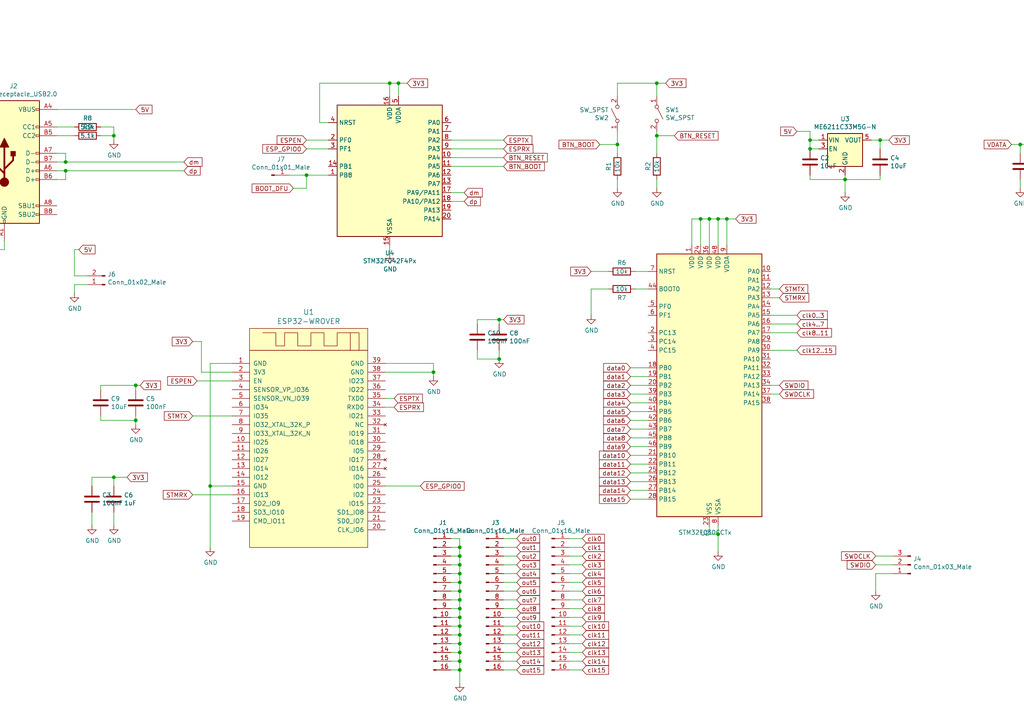
<source format=kicad_sch>
(kicad_sch (version 20250114) (generator "eeschema") (generator_version "9.0")
  (paper "A4")
  (junction (at 255.27 40.64))
  (junction (at 39.37 121.92))
  (junction (at 88.9 50.8))
  (junction (at 133.35 171.45))
  (junction (at 346.71 100.33))
  (junction (at 346.71 55.88))
  (junction (at 60.96 140.97))
  (junction (at 314.96 41.91))
  (junction (at 190.5 24.13))
  (junction (at 190.5 39.37))
  (junction (at 415.29 101.6))
  (junction (at 304.8 41.91))
  (junction (at 205.74 63.5))
  (junction (at 33.02 138.43))
  (junction (at 33.02 39.37))
  (junction (at 133.35 179.07))
  (junction (at 234.95 40.64))
  (junction (at 19.05 49.53))
  (junction (at 133.35 176.53))
  (junction (at 133.35 163.83))
  (junction (at 133.35 181.61))
  (junction (at 144.78 104.14))
  (junction (at 416.56 166.37))
  (junction (at 144.78 92.71))
  (junction (at 133.35 168.91))
  (junction (at 208.28 63.5))
  (junction (at 133.35 189.23))
  (junction (at 203.2 63.5))
  (junction (at 179.07 41.91))
  (junction (at 208.28 154.94))
  (junction (at 39.37 111.76))
  (junction (at -2.54 72.39))
  (junction (at 295.91 41.91))
  (junction (at 133.35 184.15))
  (junction (at 416.56 120.65))
  (junction (at 133.35 166.37))
  (junction (at 133.35 191.77))
  (junction (at 234.95 43.18))
  (junction (at 125.73 107.95))
  (junction (at 133.35 173.99))
  (junction (at 346.71 124.46))
  (junction (at 415.29 55.88))
  (junction (at 115.57 24.13))
  (junction (at 113.03 24.13))
  (junction (at 133.35 186.69))
  (junction (at 245.11 52.07))
  (junction (at 346.71 170.18))
  (junction (at 19.05 46.99))
  (junction (at 133.35 158.75))
  (junction (at 133.35 161.29))
  (junction (at 210.82 63.5))
  (junction (at 133.35 194.31))
  (wire (pts (xy 111.76 140.97) (xy 121.92 140.97)))
  (wire (pts (xy 146.05 171.45) (xy 149.86 171.45)))
  (wire (pts (xy 146.05 173.99) (xy 149.86 173.99)))
  (wire (pts (xy 16.51 39.37) (xy 21.59 39.37)))
  (wire (pts (xy 226.06 83.82) (xy 223.52 83.82)))
  (wire (pts (xy 67.31 110.49) (xy 57.15 110.49)))
  (wire (pts (xy 130.81 186.69) (xy 133.35 186.69)))
  (wire (pts (xy 245.11 52.07) (xy 234.95 52.07)))
  (wire (pts (xy 295.91 52.07) (xy 295.91 54.61)))
  (wire (pts (xy 133.35 163.83) (xy 133.35 166.37)))
  (wire (pts (xy 359.41 143.51) (xy 363.22 143.51)))
  (wire (pts (xy 19.05 49.53) (xy 16.51 49.53)))
  (wire (pts (xy 165.1 179.07) (xy 168.91 179.07)))
  (wire (pts (xy 130.81 179.07) (xy 133.35 179.07)))
  (wire (pts (xy 146.05 176.53) (xy 149.86 176.53)))
  (wire (pts (xy 146.05 184.15) (xy 149.86 184.15)))
  (wire (pts (xy 440.69 144.78) (xy 444.5 144.78)))
  (wire (pts (xy 208.28 152.4) (xy 208.28 154.94)))
  (wire (pts (xy 165.1 163.83) (xy 168.91 163.83)))
  (wire (pts (xy 254 161.29) (xy 259.08 161.29)))
  (wire (pts (xy 130.81 173.99) (xy 133.35 173.99)))
  (wire (pts (xy 21.59 82.55) (xy 25.4 82.55)))
  (wire (pts (xy 165.1 158.75) (xy 168.91 158.75)))
  (wire (pts (xy 146.05 189.23) (xy 149.86 189.23)))
  (wire (pts (xy 328.93 138.43) (xy 334.01 138.43)))
  (wire (pts (xy 226.06 114.3) (xy 223.52 114.3)))
  (wire (pts (xy 370.84 148.59) (xy 374.65 148.59)))
  (wire (pts (xy 416.56 120.65) (xy 416.56 124.46)))
  (wire (pts (xy 370.84 81.28) (xy 374.65 81.28)))
  (wire (pts (xy 416.56 165.1) (xy 416.56 166.37)))
  (wire (pts (xy 339.09 55.88) (xy 346.71 55.88)))
  (wire (pts (xy 182.88 142.24) (xy 187.96 142.24)))
  (wire (pts (xy 146.05 92.71) (xy 144.78 92.71)))
  (wire (pts (xy 130.81 45.72) (xy 146.05 45.72)))
  (wire (pts (xy 130.81 161.29) (xy 133.35 161.29)))
  (wire (pts (xy 130.81 176.53) (xy 133.35 176.53)))
  (wire (pts (xy 16.51 46.99) (xy 19.05 46.99)))
  (wire (pts (xy 304.8 41.91) (xy 295.91 41.91)))
  (wire (pts (xy 133.35 189.23) (xy 133.35 191.77)))
  (wire (pts (xy 130.81 55.88) (xy 134.62 55.88)))
  (wire (pts (xy 328.93 73.66) (xy 334.01 73.66)))
  (wire (pts (xy 255.27 50.8) (xy 255.27 52.07)))
  (wire (pts (xy 21.59 82.55) (xy 21.59 85.09)))
  (wire (pts (xy 165.1 156.21) (xy 168.91 156.21)))
  (wire (pts (xy 67.31 105.41) (xy 60.96 105.41)))
  (wire (pts (xy 386.08 55.88) (xy 415.29 55.88)))
  (wire (pts (xy 440.69 147.32) (xy 444.5 147.32)))
  (wire (pts (xy 210.82 63.5) (xy 210.82 71.12)))
  (wire (pts (xy 359.41 71.12) (xy 363.22 71.12)))
  (wire (pts (xy 190.5 52.07) (xy 190.5 54.61)))
  (wire (pts (xy 398.78 132.08) (xy 403.86 132.08)))
  (wire (pts (xy 182.88 137.16) (xy 187.96 137.16)))
  (wire (pts (xy 130.81 58.42) (xy 134.62 58.42)))
  (wire (pts (xy 359.41 68.58) (xy 363.22 68.58)))
  (wire (pts (xy 336.55 34.29) (xy 340.36 34.29)))
  (wire (pts (xy 55.88 143.51) (xy 67.31 143.51)))
  (wire (pts (xy 370.84 66.04) (xy 374.65 66.04)))
  (wire (pts (xy 58.42 99.06) (xy 58.42 107.95)))
  (wire (pts (xy 237.49 43.18) (xy 234.95 43.18)))
  (wire (pts (xy 39.37 121.92) (xy 39.37 123.19)))
  (wire (pts (xy 370.84 151.13) (xy 374.65 151.13)))
  (wire (pts (xy 182.88 132.08) (xy 187.96 132.08)))
  (wire (pts (xy 88.9 43.18) (xy 95.25 43.18)))
  (wire (pts (xy 39.37 111.76) (xy 29.21 111.76)))
  (wire (pts (xy 1.27 72.39) (xy 1.27 69.85)))
  (wire (pts (xy 113.03 24.13) (xy 113.03 27.94)))
  (wire (pts (xy 111.76 105.41) (xy 125.73 105.41)))
  (wire (pts (xy 295.91 41.91) (xy 293.37 41.91)))
  (wire (pts (xy 328.93 71.12) (xy 334.01 71.12)))
  (wire (pts (xy 179.07 52.07) (xy 179.07 54.61)))
  (wire (pts (xy 36.83 138.43) (xy 33.02 138.43)))
  (wire (pts (xy 440.69 134.62) (xy 444.5 134.62)))
  (wire (pts (xy 176.53 78.74) (xy 171.45 78.74)))
  (wire (pts (xy 26.67 140.97) (xy 26.67 138.43)))
  (wire (pts (xy 328.93 78.74) (xy 334.01 78.74)))
  (wire (pts (xy 190.5 24.13) (xy 190.5 27.94)))
  (wire (pts (xy 205.74 63.5) (xy 208.28 63.5)))
  (wire (pts (xy 29.21 39.37) (xy 33.02 39.37)))
  (wire (pts (xy 182.88 144.78) (xy 187.96 144.78)))
  (wire (pts (xy 182.88 124.46) (xy 187.96 124.46)))
  (wire (pts (xy 195.58 39.37) (xy 190.5 39.37)))
  (wire (pts (xy 33.02 36.83) (xy 33.02 39.37)))
  (wire (pts (xy 255.27 40.64) (xy 255.27 43.18)))
  (wire (pts (xy 146.05 163.83) (xy 149.86 163.83)))
  (wire (pts (xy 22.86 72.39) (xy 21.59 72.39)))
  (wire (pts (xy 173.99 41.91) (xy 179.07 41.91)))
  (wire (pts (xy 16.51 52.07) (xy 19.05 52.07)))
  (wire (pts (xy 133.35 191.77) (xy 133.35 194.31)))
  (wire (pts (xy 439.42 67.31) (xy 443.23 67.31)))
  (wire (pts (xy 55.88 120.65) (xy 67.31 120.65)))
  (wire (pts (xy 398.78 149.86) (xy 403.86 149.86)))
  (wire (pts (xy 304.8 52.07) (xy 304.8 54.61)))
  (wire (pts (xy 165.1 191.77) (xy 168.91 191.77)))
  (wire (pts (xy 346.71 100.33) (xy 328.93 100.33)))
  (wire (pts (xy 130.81 40.64) (xy 146.05 40.64)))
  (wire (pts (xy -2.54 72.39) (xy 1.27 72.39)))
  (wire (pts (xy 88.9 40.64) (xy 95.25 40.64)))
  (wire (pts (xy 29.21 120.65) (xy 29.21 121.92)))
  (wire (pts (xy 234.95 38.1) (xy 234.95 40.64)))
  (wire (pts (xy 328.93 146.05) (xy 334.01 146.05)))
  (wire (pts (xy 429.26 149.86) (xy 433.07 149.86)))
  (wire (pts (xy 397.51 101.6) (xy 397.51 92.71)))
  (wire (pts (xy 118.11 24.13) (xy 115.57 24.13)))
  (wire (pts (xy 165.1 189.23) (xy 168.91 189.23)))
  (wire (pts (xy 439.42 69.85) (xy 443.23 69.85)))
  (wire (pts (xy 58.42 107.95) (xy 67.31 107.95)))
  (wire (pts (xy 346.71 100.33) (xy 346.71 102.87)))
  (wire (pts (xy 165.1 161.29) (xy 168.91 161.29)))
  (wire (pts (xy 427.99 80.01) (xy 431.8 80.01)))
  (wire (pts (xy 370.84 78.74) (xy 374.65 78.74)))
  (wire (pts (xy 427.99 85.09) (xy 431.8 85.09)))
  (wire (pts (xy 125.73 107.95) (xy 125.73 109.22)))
  (wire (pts (xy 398.78 144.78) (xy 403.86 144.78)))
  (wire (pts (xy -6.35 69.85) (xy -6.35 72.39)))
  (wire (pts (xy 231.14 93.98) (xy 223.52 93.98)))
  (wire (pts (xy 359.41 146.05) (xy 363.22 146.05)))
  (wire (pts (xy 231.14 101.6) (xy 223.52 101.6)))
  (wire (pts (xy 359.41 73.66) (xy 363.22 73.66)))
  (wire (pts (xy 397.51 72.39) (xy 402.59 72.39)))
  (wire (pts (xy 182.88 127) (xy 187.96 127)))
  (wire (pts (xy 328.93 143.51) (xy 334.01 143.51)))
  (wire (pts (xy 133.35 194.31) (xy 133.35 198.12)))
  (wire (pts (xy -6.35 72.39) (xy -2.54 72.39)))
  (wire (pts (xy 40.64 111.76) (xy 39.37 111.76)))
  (wire (pts (xy 440.69 137.16) (xy 444.5 137.16)))
  (wire (pts (xy 176.53 83.82) (xy 171.45 83.82)))
  (wire (pts (xy 440.69 142.24) (xy 444.5 142.24)))
  (wire (pts (xy 370.84 76.2) (xy 374.65 76.2)))
  (wire (pts (xy 208.28 154.94) (xy 205.74 154.94)))
  (wire (pts (xy 29.21 111.76) (xy 29.21 113.03)))
  (wire (pts (xy 295.91 41.91) (xy 295.91 44.45)))
  (wire (pts (xy 328.93 66.04) (xy 334.01 66.04)))
  (wire (pts (xy 111.76 107.95) (xy 125.73 107.95)))
  (wire (pts (xy 182.88 139.7) (xy 187.96 139.7)))
  (wire (pts (xy 146.05 186.69) (xy 149.86 186.69)))
  (wire (pts (xy 179.07 24.13) (xy 179.07 27.94)))
  (wire (pts (xy 130.81 191.77) (xy 133.35 191.77)))
  (wire (pts (xy 397.51 82.55) (xy 402.59 82.55)))
  (wire (pts (xy 427.99 72.39) (xy 431.8 72.39)))
  (wire (pts (xy 133.35 166.37) (xy 133.35 168.91)))
  (wire (pts (xy 226.06 86.36) (xy 223.52 86.36)))
  (wire (pts (xy 427.99 74.93) (xy 431.8 74.93)))
  (wire (pts (xy 165.1 184.15) (xy 168.91 184.15)))
  (wire (pts (xy 29.21 36.83) (xy 33.02 36.83)))
  (wire (pts (xy 370.84 146.05) (xy 374.65 146.05)))
  (wire (pts (xy 133.35 179.07) (xy 133.35 181.61)))
  (wire (pts (xy 354.33 34.29) (xy 350.52 34.29)))
  (wire (pts (xy 133.35 194.31) (xy 130.81 194.31)))
  (wire (pts (xy 370.84 83.82) (xy 374.65 83.82)))
  (wire (pts (xy 328.93 83.82) (xy 334.01 83.82)))
  (wire (pts (xy 370.84 71.12) (xy 374.65 71.12)))
  (wire (pts (xy 133.35 161.29) (xy 133.35 163.83)))
  (wire (pts (xy 440.69 132.08) (xy 444.5 132.08)))
  (wire (pts (xy 182.88 119.38) (xy 187.96 119.38)))
  (wire (pts (xy 386.08 120.65) (xy 416.56 120.65)))
  (wire (pts (xy 146.05 179.07) (xy 149.86 179.07)))
  (wire (pts (xy 245.11 55.88) (xy 245.11 52.07)))
  (wire (pts (xy 427.99 69.85) (xy 431.8 69.85)))
  (wire (pts (xy 398.78 147.32) (xy 403.86 147.32)))
  (wire (pts (xy 416.56 166.37) (xy 416.56 168.91)))
  (wire (pts (xy 203.2 63.5) (xy 203.2 71.12)))
  (wire (pts (xy 346.71 119.38) (xy 346.71 124.46)))
  (wire (pts (xy 114.3 115.57) (xy 111.76 115.57)))
  (wire (pts (xy 328.93 76.2) (xy 334.01 76.2)))
  (wire (pts (xy 130.81 163.83) (xy 133.35 163.83)))
  (wire (pts (xy 130.81 158.75) (xy 133.35 158.75)))
  (wire (pts (xy 182.88 109.22) (xy 187.96 109.22)))
  (wire (pts (xy 440.69 149.86) (xy 444.5 149.86)))
  (wire (pts (xy 314.96 41.91) (xy 314.96 44.45)))
  (wire (pts (xy 359.41 83.82) (xy 363.22 83.82)))
  (wire (pts (xy 130.81 48.26) (xy 146.05 48.26)))
  (wire (pts (xy 328.93 148.59) (xy 334.01 148.59)))
  (wire (pts (xy 133.35 184.15) (xy 133.35 186.69)))
  (wire (pts (xy 370.84 68.58) (xy 374.65 68.58)))
  (wire (pts (xy 144.78 101.6) (xy 144.78 104.14)))
  (wire (pts (xy 317.5 124.46) (xy 346.71 124.46)))
  (wire (pts (xy 200.66 63.5) (xy 200.66 71.12)))
  (wire (pts (xy 370.84 140.97) (xy 374.65 140.97)))
  (wire (pts (xy 320.04 88.9) (xy 320.04 62.23)))
  (wire (pts (xy 67.31 140.97) (xy 60.96 140.97)))
  (wire (pts (xy 398.78 166.37) (xy 398.78 157.48)))
  (wire (pts (xy 16.51 36.83) (xy 21.59 36.83)))
  (wire (pts (xy 226.06 111.76) (xy 223.52 111.76)))
  (wire (pts (xy 208.28 63.5) (xy 210.82 63.5)))
  (wire (pts (xy 359.41 135.89) (xy 363.22 135.89)))
  (wire (pts (xy -2.54 72.39) (xy -2.54 82.55)))
  (wire (pts (xy 398.78 137.16) (xy 403.86 137.16)))
  (wire (pts (xy 179.07 41.91) (xy 179.07 44.45)))
  (wire (pts (xy 346.71 49.53) (xy 346.71 55.88)))
  (wire (pts (xy 231.14 91.44) (xy 223.52 91.44)))
  (wire (pts (xy 317.5 158.75) (xy 317.5 124.46)))
  (wire (pts (xy 397.51 77.47) (xy 402.59 77.47)))
  (wire (pts (xy 439.42 82.55) (xy 443.23 82.55)))
  (wire (pts (xy 133.35 181.61) (xy 133.35 184.15)))
  (wire (pts (xy 328.93 135.89) (xy 334.01 135.89)))
  (wire (pts (xy 397.51 85.09) (xy 402.59 85.09)))
  (wire (pts (xy 328.93 68.58) (xy 334.01 68.58)))
  (wire (pts (xy 359.41 151.13) (xy 363.22 151.13)))
  (wire (pts (xy 439.42 72.39) (xy 443.23 72.39)))
  (wire (pts (xy 165.1 166.37) (xy 168.91 166.37)))
  (wire (pts (xy 370.84 138.43) (xy 374.65 138.43)))
  (wire (pts (xy 190.5 39.37) (xy 190.5 44.45)))
  (wire (pts (xy 397.51 69.85) (xy 402.59 69.85)))
  (wire (pts (xy 184.15 78.74) (xy 187.96 78.74)))
  (wire (pts (xy 33.02 140.97) (xy 33.02 138.43)))
  (wire (pts (xy 429.26 137.16) (xy 433.07 137.16)))
  (wire (pts (xy 328.93 140.97) (xy 334.01 140.97)))
  (wire (pts (xy 439.42 80.01) (xy 443.23 80.01)))
  (wire (pts (xy 130.81 166.37) (xy 133.35 166.37)))
  (wire (pts (xy 359.41 66.04) (xy 363.22 66.04)))
  (wire (pts (xy 182.88 111.76) (xy 187.96 111.76)))
  (wire (pts (xy 328.93 91.44) (xy 334.01 91.44)))
  (wire (pts (xy 398.78 134.62) (xy 403.86 134.62)))
  (wire (pts (xy 16.51 44.45) (xy 19.05 44.45)))
  (wire (pts (xy 254 163.83) (xy 259.08 163.83)))
  (wire (pts (xy 130.81 156.21) (xy 133.35 156.21)))
  (wire (pts (xy 397.51 67.31) (xy 402.59 67.31)))
  (wire (pts (xy 16.51 31.75) (xy 39.37 31.75)))
  (wire (pts (xy 146.05 166.37) (xy 149.86 166.37)))
  (wire (pts (xy 165.1 168.91) (xy 168.91 168.91)))
  (wire (pts (xy 133.35 186.69) (xy 133.35 189.23)))
  (wire (pts (xy 427.99 82.55) (xy 431.8 82.55)))
  (wire (pts (xy 386.08 90.17) (xy 402.59 90.17)))
  (wire (pts (xy 39.37 111.76) (xy 39.37 113.03)))
  (wire (pts (xy 416.56 115.57) (xy 416.56 120.65)))
  (wire (pts (xy 415.29 100.33) (xy 415.29 101.6)))
  (wire (pts (xy 328.93 100.33) (xy 328.93 91.44)))
  (wire (pts (xy 328.93 151.13) (xy 334.01 151.13)))
  (wire (pts (xy 398.78 157.48) (xy 403.86 157.48)))
  (wire (pts (xy 346.71 55.88) (xy 346.71 58.42)))
  (wire (pts (xy 415.29 50.8) (xy 415.29 55.88)))
  (wire (pts (xy 429.26 134.62) (xy 433.07 134.62)))
  (wire (pts (xy 346.71 124.46) (xy 346.71 128.27)))
  (wire (pts (xy 429.26 132.08) (xy 433.07 132.08)))
  (wire (pts (xy 125.73 105.41) (xy 125.73 107.95)))
  (wire (pts (xy 439.42 85.09) (xy 443.23 85.09)))
  (wire (pts (xy 200.66 63.5) (xy 203.2 63.5)))
  (wire (pts (xy 190.5 24.13) (xy 193.04 24.13)))
  (wire (pts (xy 33.02 148.59) (xy 33.02 152.4)))
  (wire (pts (xy 320.04 62.23) (xy 339.09 62.23)))
  (wire (pts (xy 234.95 52.07) (xy 234.95 50.8)))
  (wire (pts (xy 429.26 139.7) (xy 433.07 139.7)))
  (wire (pts (xy 254 166.37) (xy 259.08 166.37)))
  (wire (pts (xy 182.88 116.84) (xy 187.96 116.84)))
  (wire (pts (xy 370.84 73.66) (xy 374.65 73.66)))
  (wire (pts (xy 386.08 154.94) (xy 403.86 154.94)))
  (wire (pts (xy 208.28 63.5) (xy 208.28 71.12)))
  (wire (pts (xy 359.41 76.2) (xy 363.22 76.2)))
  (wire (pts (xy 39.37 120.65) (xy 39.37 121.92)))
  (wire (pts (xy 397.51 74.93) (xy 402.59 74.93)))
  (wire (pts (xy 440.69 139.7) (xy 444.5 139.7)))
  (wire (pts (xy 95.25 50.8) (xy 88.9 50.8)))
  (wire (pts (xy 55.88 99.06) (xy 58.42 99.06)))
  (wire (pts (xy 370.84 143.51) (xy 374.65 143.51)))
  (wire (pts (xy 398.78 139.7) (xy 403.86 139.7)))
  (wire (pts (xy 339.09 62.23) (xy 339.09 55.88)))
  (wire (pts (xy 205.74 63.5) (xy 205.74 71.12)))
  (wire (pts (xy 133.35 158.75) (xy 133.35 161.29)))
  (wire (pts (xy 130.81 43.18) (xy 146.05 43.18)))
  (wire (pts (xy 346.71 99.06) (xy 346.71 100.33)))
  (wire (pts (xy 146.05 168.91) (xy 149.86 168.91)))
  (wire (pts (xy 411.48 50.8) (xy 415.29 50.8)))
  (wire (pts (xy 415.29 55.88) (xy 415.29 59.69)))
  (wire (pts (xy 146.05 194.31) (xy 149.86 194.31)))
  (wire (pts (xy 237.49 40.64) (xy 234.95 40.64)))
  (wire (pts (xy 165.1 173.99) (xy 168.91 173.99)))
  (wire (pts (xy 359.41 140.97) (xy 363.22 140.97)))
  (wire (pts (xy 234.95 40.64) (xy 234.95 43.18)))
  (wire (pts (xy 19.05 44.45) (xy 19.05 46.99)))
  (wire (pts (xy 397.51 92.71) (xy 402.59 92.71)))
  (wire (pts (xy 320.04 88.9) (xy 334.01 88.9)))
  (wire (pts (xy 165.1 194.31) (xy 168.91 194.31)))
  (wire (pts (xy 415.29 101.6) (xy 415.29 104.14)))
  (wire (pts (xy 146.05 156.21) (xy 149.86 156.21)))
  (wire (pts (xy 182.88 134.62) (xy 187.96 134.62)))
  (wire (pts (xy 133.35 168.91) (xy 133.35 171.45)))
  (wire (pts (xy 346.71 170.18) (xy 328.93 170.18)))
  (wire (pts (xy 92.71 24.13) (xy 113.03 24.13)))
  (wire (pts (xy 359.41 148.59) (xy 363.22 148.59)))
  (wire (pts (xy 95.25 35.56) (xy 92.71 35.56)))
  (wire (pts (xy 205.74 154.94) (xy 205.74 152.4)))
  (wire (pts (xy 359.41 81.28) (xy 363.22 81.28)))
  (wire (pts (xy 146.05 181.61) (xy 149.86 181.61)))
  (wire (pts (xy 359.41 138.43) (xy 363.22 138.43)))
  (wire (pts (xy 314.96 52.07) (xy 314.96 54.61)))
  (wire (pts (xy 342.9 49.53) (xy 346.71 49.53)))
  (wire (pts (xy 359.41 78.74) (xy 363.22 78.74)))
  (wire (pts (xy 21.59 72.39) (xy 21.59 80.01)))
  (wire (pts (xy 429.26 144.78) (xy 433.07 144.78)))
  (wire (pts (xy 165.1 186.69) (xy 168.91 186.69)))
  (wire (pts (xy 317.5 158.75) (xy 334.01 158.75)))
  (wire (pts (xy 187.96 83.82) (xy 184.15 83.82)))
  (wire (pts (xy 113.03 71.12) (xy 113.03 73.66)))
  (wire (pts (xy 255.27 52.07) (xy 245.11 52.07)))
  (wire (pts (xy 370.84 135.89) (xy 374.65 135.89)))
  (wire (pts (xy 182.88 114.3) (xy 187.96 114.3)))
  (wire (pts (xy 26.67 148.59) (xy 26.67 152.4)))
  (wire (pts (xy 208.28 154.94) (xy 208.28 160.02)))
  (wire (pts (xy 439.42 77.47) (xy 443.23 77.47)))
  (wire (pts (xy 412.75 115.57) (xy 416.56 115.57)))
  (wire (pts (xy 210.82 63.5) (xy 213.36 63.5)))
  (wire (pts (xy 205.74 63.5) (xy 203.2 63.5)))
  (wire (pts (xy 190.5 38.1) (xy 190.5 39.37)))
  (wire (pts (xy 88.9 50.8) (xy 88.9 54.61)))
  (wire (pts (xy 146.05 191.77) (xy 149.86 191.77)))
  (wire (pts (xy 88.9 54.61) (xy 85.09 54.61)))
  (wire (pts (xy 21.59 80.01) (xy 25.4 80.01)))
  (wire (pts (xy 427.99 77.47) (xy 431.8 77.47)))
  (wire (pts (xy 138.43 92.71) (xy 138.43 93.98)))
  (wire (pts (xy 133.35 171.45) (xy 133.35 173.99)))
  (wire (pts (xy 19.05 46.99) (xy 53.34 46.99)))
  (wire (pts (xy 328.93 161.29) (xy 334.01 161.29)))
  (wire (pts (xy 33.02 138.43) (xy 26.67 138.43)))
  (wire (pts (xy 130.81 189.23) (xy 133.35 189.23)))
  (wire (pts (xy 60.96 140.97) (xy 60.96 158.75)))
  (wire (pts (xy 397.51 80.01) (xy 402.59 80.01)))
  (wire (pts (xy 346.71 170.18) (xy 346.71 172.72)))
  (wire (pts (xy 88.9 50.8) (xy 83.82 50.8)))
  (wire (pts (xy 171.45 91.44) (xy 171.45 83.82)))
  (wire (pts (xy 138.43 104.14) (xy 144.78 104.14)))
  (wire (pts (xy 179.07 38.1) (xy 179.07 41.91)))
  (wire (pts (xy 370.84 153.67) (xy 374.65 153.67)))
  (wire (pts (xy 346.71 168.91) (xy 346.71 170.18)))
  (wire (pts (xy 416.56 166.37) (xy 398.78 166.37)))
  (wire (pts (xy 231.14 96.52) (xy 223.52 96.52)))
  (wire (pts (xy 328.93 81.28) (xy 334.01 81.28)))
  (wire (pts (xy 130.81 168.91) (xy 133.35 168.91)))
  (wire (pts (xy 254 166.37) (xy 254 171.45)))
  (wire (pts (xy 33.02 39.37) (xy 33.02 40.64)))
  (bus (pts (xy -31.75 -25.4) (xy -29.21 -22.86)))
  (wire (pts (xy 336.55 41.91) (xy 340.36 41.91)))
  (wire (pts (xy 182.88 129.54) (xy 187.96 129.54)))
  (wire (pts (xy 342.9 119.38) (xy 346.71 119.38)))
  (wire (pts (xy 182.88 121.92) (xy 187.96 121.92)))
  (wire (pts (xy 115.57 24.13) (xy 115.57 27.94)))
  (wire (pts (xy 19.05 52.07) (xy 19.05 49.53)))
  (wire (pts (xy 133.35 173.99) (xy 133.35 176.53)))
  (wire (pts (xy 133.35 156.21) (xy 133.35 158.75)))
  (wire (pts (xy 165.1 171.45) (xy 168.91 171.45)))
  (wire (pts (xy 328.93 153.67) (xy 334.01 153.67)))
  (wire (pts (xy 398.78 142.24) (xy 403.86 142.24)))
  (wire (pts (xy 323.85 41.91) (xy 323.85 44.45)))
  (wire (pts (xy 146.05 161.29) (xy 149.86 161.29)))
  (wire (pts (xy 144.78 92.71) (xy 138.43 92.71)))
  (wire (pts (xy 130.81 181.61) (xy 133.35 181.61)))
  (wire (pts (xy 165.1 181.61) (xy 168.91 181.61)))
  (wire (pts (xy 252.73 40.64) (xy 255.27 40.64)))
  (wire (pts (xy 179.07 24.13) (xy 190.5 24.13)))
  (wire (pts (xy 130.81 171.45) (xy 133.35 171.45)))
  (wire (pts (xy 427.99 67.31) (xy 431.8 67.31)))
  (wire (pts (xy 304.8 41.91) (xy 304.8 44.45)))
  (wire (pts (xy 29.21 121.92) (xy 39.37 121.92)))
  (wire (pts (xy 386.08 154.94) (xy 386.08 120.65)))
  (wire (pts (xy 231.14 38.1) (xy 234.95 38.1)))
  (wire (pts (xy 415.29 101.6) (xy 397.51 101.6)))
  (wire (pts (xy 257.81 40.64) (xy 255.27 40.64)))
  (wire (pts (xy 182.88 106.68) (xy 187.96 106.68)))
  (wire (pts (xy 386.08 90.17) (xy 386.08 55.88)))
  (wire (pts (xy 19.05 49.53) (xy 53.34 49.53)))
  (wire (pts (xy 60.96 105.41) (xy 60.96 140.97)))
  (wire (pts (xy 114.3 118.11) (xy 111.76 118.11)))
  (wire (pts (xy 146.05 158.75) (xy 149.86 158.75)))
  (wire (pts (xy 92.71 35.56) (xy 92.71 24.13)))
  (wire (pts (xy 245.11 50.8) (xy 245.11 52.07)))
  (wire (pts (xy 429.26 142.24) (xy 433.07 142.24)))
  (wire (pts (xy 359.41 153.67) (xy 363.22 153.67)))
  (wire (pts (xy 165.1 176.53) (xy 168.91 176.53)))
  (wire (pts (xy 115.57 24.13) (xy 113.03 24.13)))
  (wire (pts (xy 130.81 184.15) (xy 133.35 184.15)))
  (wire (pts (xy 138.43 101.6) (xy 138.43 104.14)))
  (wire (pts (xy 133.35 176.53) (xy 133.35 179.07)))
  (wire (pts (xy 323.85 52.07) (xy 323.85 54.61)))
  (wire (pts (xy 314.96 41.91) (xy 304.8 41.91)))
  (wire (pts (xy 429.26 147.32) (xy 433.07 147.32)))
  (wire (pts (xy 323.85 41.91) (xy 314.96 41.91)))
  (wire (pts (xy 354.33 41.91) (xy 350.52 41.91)))
  (wire (pts (xy 328.93 170.18) (xy 328.93 161.29)))
  (wire (pts (xy 144.78 92.71) (xy 144.78 93.98)))
  (wire (pts (xy 439.42 74.93) (xy 443.23 74.93)))
  (global_label "out15" (shape input) (at 149.86 194.31 0) (property "Intersheetrefs" "${INTERSHEET_REFS}" (effects (hide yes))))
  (global_label "5V" (shape input) (at 22.86 72.39 0) (property "Intersheetrefs" "${INTERSHEET_REFS}" (effects (hide yes))))
  (global_label "ESPRX" (shape input) (at 146.05 43.18 0) (property "Intersheetrefs" "${INTERSHEET_REFS}" (effects (hide yes))))
  (global_label "out14" (shape input) (at 149.86 191.77 0) (property "Intersheetrefs" "${INTERSHEET_REFS}" (effects (hide yes))))
  (global_label "data13" (shape input) (at 398.78 142.24 180) (property "Intersheetrefs" "${INTERSHEET_REFS}" (effects (hide yes))))
  (global_label "clk8..11" (shape input) (at 397.51 85.09 180) (property "Intersheetrefs" "${INTERSHEET_REFS}" (effects (hide yes))))
  (global_label "out2" (shape input) (at 149.86 161.29 0) (property "Intersheetrefs" "${INTERSHEET_REFS}" (effects (hide yes))))
  (global_label "out10" (shape input) (at 149.86 181.61 0) (property "Intersheetrefs" "${INTERSHEET_REFS}" (effects (hide yes))))
  (global_label "out4" (shape input) (at 374.65 151.13 0) (property "Intersheetrefs" "${INTERSHEET_REFS}" (effects (hide yes))))
  (global_label "3V3" (shape input) (at 55.88 99.06 180) (property "Intersheetrefs" "${INTERSHEET_REFS}" (effects (hide yes))))
  (global_label "3V3" (shape input) (at 336.55 41.91 180) (property "Intersheetrefs" "${INTERSHEET_REFS}" (effects (hide yes))))
  (global_label "clk9" (shape input) (at 443.23 80.01 0) (property "Intersheetrefs" "${INTERSHEET_REFS}" (effects (hide yes))))
  (global_label "3V3" (shape input) (at 257.81 40.64 0) (property "Intersheetrefs" "${INTERSHEET_REFS}" (effects (hide yes))))
  (global_label "clk15" (shape input) (at 444.5 134.62 0) (property "Intersheetrefs" "${INTERSHEET_REFS}" (effects (hide yes))))
  (global_label "5V" (shape input) (at 231.14 38.1 180) (property "Intersheetrefs" "${INTERSHEET_REFS}" (effects (hide yes))))
  (global_label "clk8..11" (shape input) (at 397.51 80.01 180) (property "Intersheetrefs" "${INTERSHEET_REFS}" (effects (hide yes))))
  (global_label "data11" (shape input) (at 182.88 134.62 180) (property "Intersheetrefs" "${INTERSHEET_REFS}" (effects (hide yes))))
  (global_label "ESPTX" (shape input) (at 114.3 115.57 0) (property "Intersheetrefs" "${INTERSHEET_REFS}" (effects (hide yes))))
  (global_label "VDATA" (shape input) (at 293.37 41.91 180) (property "Intersheetrefs" "${INTERSHEET_REFS}" (effects (hide yes))))
  (global_label "data4" (shape input) (at 328.93 151.13 180) (property "Intersheetrefs" "${INTERSHEET_REFS}" (effects (hide yes))))
  (global_label "clk4" (shape input) (at 374.65 153.67 0) (property "Intersheetrefs" "${INTERSHEET_REFS}" (effects (hide yes))))
  (global_label "3V3" (shape input) (at 193.04 24.13 0) (property "Intersheetrefs" "${INTERSHEET_REFS}" (effects (hide yes))))
  (global_label "clk15" (shape input) (at 168.91 194.31 0) (property "Intersheetrefs" "${INTERSHEET_REFS}" (effects (hide yes))))
  (global_label "data14" (shape input) (at 398.78 137.16 180) (property "Intersheetrefs" "${INTERSHEET_REFS}" (effects (hide yes))))
  (global_label "out7" (shape input) (at 374.65 135.89 0) (property "Intersheetrefs" "${INTERSHEET_REFS}" (effects (hide yes))))
  (global_label "data8" (shape input) (at 182.88 127 180) (property "Intersheetrefs" "${INTERSHEET_REFS}" (effects (hide yes))))
  (global_label "clk8..11" (shape input) (at 231.14 96.52 0) (property "Intersheetrefs" "${INTERSHEET_REFS}" (effects (hide yes))))
  (global_label "out1" (shape input) (at 374.65 76.2 0) (property "Intersheetrefs" "${INTERSHEET_REFS}" (effects (hide yes))))
  (global_label "VDATA" (shape input) (at 342.9 119.38 180) (property "Intersheetrefs" "${INTERSHEET_REFS}" (effects (hide yes))))
  (global_label "out10" (shape input) (at 443.23 72.39 0) (property "Intersheetrefs" "${INTERSHEET_REFS}" (effects (hide yes))))
  (global_label "data9" (shape input) (at 182.88 129.54 180) (property "Intersheetrefs" "${INTERSHEET_REFS}" (effects (hide yes))))
  (global_label "BTN_RESET" (shape input) (at 146.05 45.72 0) (property "Intersheetrefs" "${INTERSHEET_REFS}" (effects (hide yes))))
  (global_label "data0" (shape input) (at 328.93 81.28 180) (property "Intersheetrefs" "${INTERSHEET_REFS}" (effects (hide yes))))
  (global_label "VDATA" (shape input) (at 342.9 49.53 180) (property "Intersheetrefs" "${INTERSHEET_REFS}" (effects (hide yes))))
  (global_label "clk0..3" (shape input) (at 328.93 83.82 180) (property "Intersheetrefs" "${INTERSHEET_REFS}" (effects (hide yes))))
  (global_label "data7" (shape input) (at 328.93 135.89 180) (property "Intersheetrefs" "${INTERSHEET_REFS}" (effects (hide yes))))
  (global_label "out4" (shape input) (at 149.86 166.37 0) (property "Intersheetrefs" "${INTERSHEET_REFS}" (effects (hide yes))))
  (global_label "3V3" (shape input) (at 213.36 63.5 0) (property "Intersheetrefs" "${INTERSHEET_REFS}" (effects (hide yes))))
  (global_label "dm" (shape input) (at 53.34 46.99 0) (property "Intersheetrefs" "${INTERSHEET_REFS}" (effects (hide yes))))
  (global_label "clk8..11" (shape input) (at 397.51 69.85 180) (property "Intersheetrefs" "${INTERSHEET_REFS}" (effects (hide yes))))
  (global_label "SWDIO" (shape input) (at 226.06 111.76 0) (property "Intersheetrefs" "${INTERSHEET_REFS}" (effects (hide yes))))
  (global_label "clk5" (shape input) (at 374.65 148.59 0) (property "Intersheetrefs" "${INTERSHEET_REFS}" (effects (hide yes))))
  (global_label "BTN_BOOT" (shape input) (at 146.05 48.26 0) (property "Intersheetrefs" "${INTERSHEET_REFS}" (effects (hide yes))))
  (global_label "data10" (shape input) (at 182.88 132.08 180) (property "Intersheetrefs" "${INTERSHEET_REFS}" (effects (hide yes))))
  (global_label "out3" (shape input) (at 374.65 66.04 0) (property "Intersheetrefs" "${INTERSHEET_REFS}" (effects (hide yes))))
  (global_label "out9" (shape input) (at 149.86 179.07 0) (property "Intersheetrefs" "${INTERSHEET_REFS}" (effects (hide yes))))
  (global_label "clk4..7" (shape input) (at 231.14 93.98 0) (property "Intersheetrefs" "${INTERSHEET_REFS}" (effects (hide yes))))
  (global_label "out8" (shape input) (at 443.23 82.55 0) (property "Intersheetrefs" "${INTERSHEET_REFS}" (effects (hide yes))))
  (global_label "out2" (shape input) (at 374.65 71.12 0) (property "Intersheetrefs" "${INTERSHEET_REFS}" (effects (hide yes))))
  (global_label "clk6" (shape input) (at 168.91 171.45 0) (property "Intersheetrefs" "${INTERSHEET_REFS}" (effects (hide yes))))
  (global_label "out5" (shape input) (at 149.86 168.91 0) (property "Intersheetrefs" "${INTERSHEET_REFS}" (effects (hide yes))))
  (global_label "clk9" (shape input) (at 168.91 179.07 0) (property "Intersheetrefs" "${INTERSHEET_REFS}" (effects (hide yes))))
  (global_label "out11" (shape input) (at 443.23 67.31 0) (property "Intersheetrefs" "${INTERSHEET_REFS}" (effects (hide yes))))
  (global_label "clk1" (shape input) (at 168.91 158.75 0) (property "Intersheetrefs" "${INTERSHEET_REFS}" (effects (hide yes))))
  (global_label "VDATA" (shape input) (at 354.33 34.29 0) (property "Intersheetrefs" "${INTERSHEET_REFS}" (effects (hide yes))))
  (global_label "clk12..15" (shape input) (at 398.78 149.86 180) (property "Intersheetrefs" "${INTERSHEET_REFS}" (effects (hide yes))))
  (global_label "data12" (shape input) (at 398.78 147.32 180) (property "Intersheetrefs" "${INTERSHEET_REFS}" (effects (hide yes))))
  (global_label "out13" (shape input) (at 444.5 142.24 0) (property "Intersheetrefs" "${INTERSHEET_REFS}" (effects (hide yes))))
  (global_label "clk11" (shape input) (at 168.91 184.15 0) (property "Intersheetrefs" "${INTERSHEET_REFS}" (effects (hide yes))))
  (global_label "clk12..15" (shape input) (at 398.78 144.78 180) (property "Intersheetrefs" "${INTERSHEET_REFS}" (effects (hide yes))))
  (global_label "VDATA" (shape input) (at 354.33 41.91 0) (property "Intersheetrefs" "${INTERSHEET_REFS}" (effects (hide yes))))
  (global_label "dm" (shape input) (at 134.62 55.88 0) (property "Intersheetrefs" "${INTERSHEET_REFS}" (effects (hide yes))))
  (global_label "BOOT_DFU" (shape input) (at 85.09 54.61 180) (property "Intersheetrefs" "${INTERSHEET_REFS}" (effects (hide yes))))
  (global_label "3V3" (shape input) (at 40.64 111.76 0) (property "Intersheetrefs" "${INTERSHEET_REFS}" (effects (hide yes))))
  (global_label "VDATA" (shape input) (at 412.75 115.57 180) (property "Intersheetrefs" "${INTERSHEET_REFS}" (effects (hide yes))))
  (global_label "clk0..3" (shape input) (at 328.93 73.66 180) (property "Intersheetrefs" "${INTERSHEET_REFS}" (effects (hide yes))))
  (global_label "ESPRX" (shape input) (at 114.3 118.11 0) (property "Intersheetrefs" "${INTERSHEET_REFS}" (effects (hide yes))))
  (global_label "3V3" (shape input) (at 36.83 138.43 0) (property "Intersheetrefs" "${INTERSHEET_REFS}" (effects (hide yes))))
  (global_label "ESPTX" (shape input) (at 146.05 40.64 0) (property "Intersheetrefs" "${INTERSHEET_REFS}" (effects (hide yes))))
  (global_label "clk4..7" (shape input) (at 328.93 143.51 180) (property "Intersheetrefs" "${INTERSHEET_REFS}" (effects (hide yes))))
  (global_label "STMTX" (shape input) (at 226.06 83.82 0) (property "Intersheetrefs" "${INTERSHEET_REFS}" (effects (hide yes))))
  (global_label "data6" (shape input) (at 328.93 140.97 180) (property "Intersheetrefs" "${INTERSHEET_REFS}" (effects (hide yes))))
  (global_label "out8" (shape input) (at 149.86 176.53 0) (property "Intersheetrefs" "${INTERSHEET_REFS}" (effects (hide yes))))
  (global_label "clk8..11" (shape input) (at 397.51 74.93 180) (property "Intersheetrefs" "${INTERSHEET_REFS}" (effects (hide yes))))
  (global_label "STMRX" (shape input) (at 55.88 143.51 180) (property "Intersheetrefs" "${INTERSHEET_REFS}" (effects (hide yes))))
  (global_label "clk2" (shape input) (at 168.91 161.29 0) (property "Intersheetrefs" "${INTERSHEET_REFS}" (effects (hide yes))))
  (global_label "VDATA" (shape input) (at 354.33 41.91 0) (property "Intersheetrefs" "${INTERSHEET_REFS}" (effects (hide yes))))
  (global_label "SWDCLK" (shape input) (at 226.06 114.3 0) (property "Intersheetrefs" "${INTERSHEET_REFS}" (effects (hide yes))))
  (global_label "clk8" (shape input) (at 168.91 176.53 0) (property "Intersheetrefs" "${INTERSHEET_REFS}" (effects (hide yes))))
  (global_label "clk10" (shape input) (at 168.91 181.61 0) (property "Intersheetrefs" "${INTERSHEET_REFS}" (effects (hide yes))))
  (global_label "clk0" (shape input) (at 168.91 156.21 0) (property "Intersheetrefs" "${INTERSHEET_REFS}" (effects (hide yes))))
  (global_label "clk4..7" (shape input) (at 328.93 153.67 180) (property "Intersheetrefs" "${INTERSHEET_REFS}" (effects (hide yes))))
  (global_label "clk7" (shape input) (at 374.65 138.43 0) (property "Intersheetrefs" "${INTERSHEET_REFS}" (effects (hide yes))))
  (global_label "data15" (shape input) (at 182.88 144.78 180) (property "Intersheetrefs" "${INTERSHEET_REFS}" (effects (hide yes))))
  (global_label "out3" (shape input) (at 149.86 163.83 0) (property "Intersheetrefs" "${INTERSHEET_REFS}" (effects (hide yes))))
  (global_label "clk8" (shape input) (at 443.23 85.09 0) (property "Intersheetrefs" "${INTERSHEET_REFS}" (effects (hide yes))))
  (global_label "data2" (shape input) (at 328.93 71.12 180) (property "Intersheetrefs" "${INTERSHEET_REFS}" (effects (hide yes))))
  (global_label "out9" (shape input) (at 443.23 77.47 0) (property "Intersheetrefs" "${INTERSHEET_REFS}" (effects (hide yes))))
  (global_label "out6" (shape input) (at 374.65 140.97 0) (property "Intersheetrefs" "${INTERSHEET_REFS}" (effects (hide yes))))
  (global_label "clk6" (shape input) (at 374.65 143.51 0) (property "Intersheetrefs" "${INTERSHEET_REFS}" (effects (hide yes))))
  (global_label "clk11" (shape input) (at 443.23 69.85 0) (property "Intersheetrefs" "${INTERSHEET_REFS}" (effects (hide yes))))
  (global_label "out12" (shape input) (at 149.86 186.69 0) (property "Intersheetrefs" "${INTERSHEET_REFS}" (effects (hide yes))))
  (global_label "clk0..3" (shape input) (at 231.14 91.44 0) (property "Intersheetrefs" "${INTERSHEET_REFS}" (effects (hide yes))))
  (global_label "out14" (shape input) (at 444.5 137.16 0) (property "Intersheetrefs" "${INTERSHEET_REFS}" (effects (hide yes))))
  (global_label "clk0..3" (shape input) (at 328.93 78.74 180) (property "Intersheetrefs" "${INTERSHEET_REFS}" (effects (hide yes))))
  (global_label "ESPEN" (shape input) (at 57.15 110.49 180) (property "Intersheetrefs" "${INTERSHEET_REFS}" (effects (hide yes))))
  (global_label "clk4..7" (shape input) (at 328.93 138.43 180) (property "Intersheetrefs" "${INTERSHEET_REFS}" (effects (hide yes))))
  (global_label "STMTX" (shape input) (at 55.88 120.65 180) (property "Intersheetrefs" "${INTERSHEET_REFS}" (effects (hide yes))))
  (global_label "clk4" (shape input) (at 168.91 166.37 0) (property "Intersheetrefs" "${INTERSHEET_REFS}" (effects (hide yes))))
  (global_label "SWDCLK" (shape input) (at 254 161.29 180) (property "Intersheetrefs" "${INTERSHEET_REFS}" (effects (hide yes))))
  (global_label "clk14" (shape input) (at 168.91 191.77 0) (property "Intersheetrefs" "${INTERSHEET_REFS}" (effects (hide yes))))
  (global_label "data10" (shape input) (at 397.51 72.39 180) (property "Intersheetrefs" "${INTERSHEET_REFS}" (effects (hide yes))))
  (global_label "VDATA" (shape input) (at 411.48 50.8 180) (property "Intersheetrefs" "${INTERSHEET_REFS}" (effects (hide yes))))
  (global_label "out7" (shape input) (at 149.86 173.99 0) (property "Intersheetrefs" "${INTERSHEET_REFS}" (effects (hide yes))))
  (global_label "out12" (shape input) (at 444.5 147.32 0) (property "Intersheetrefs" "${INTERSHEET_REFS}" (effects (hide yes))))
  (global_label "STMRX" (shape input) (at 226.06 86.36 0) (property "Intersheetrefs" "${INTERSHEET_REFS}" (effects (hide yes))))
  (global_label "data6" (shape input) (at 182.88 121.92 180) (property "Intersheetrefs" "${INTERSHEET_REFS}" (effects (hide yes))))
  (global_label "data15" (shape input) (at 398.78 132.08 180) (property "Intersheetrefs" "${INTERSHEET_REFS}" (effects (hide yes))))
  (global_label "data7" (shape input) (at 182.88 124.46 180) (property "Intersheetrefs" "${INTERSHEET_REFS}" (effects (hide yes))))
  (global_label "data11" (shape input) (at 397.51 67.31 180) (property "Intersheetrefs" "${INTERSHEET_REFS}" (effects (hide yes))))
  (global_label "clk3" (shape input) (at 374.65 68.58 0) (property "Intersheetrefs" "${INTERSHEET_REFS}" (effects (hide yes))))
  (global_label "out0" (shape input) (at 149.86 156.21 0) (property "Intersheetrefs" "${INTERSHEET_REFS}" (effects (hide yes))))
  (global_label "ESPEN" (shape input) (at 88.9 40.64 180) (property "Intersheetrefs" "${INTERSHEET_REFS}" (effects (hide yes))))
  (global_label "data4" (shape input) (at 182.88 116.84 180) (property "Intersheetrefs" "${INTERSHEET_REFS}" (effects (hide yes))))
  (global_label "clk12..15" (shape input) (at 231.14 101.6 0) (property "Intersheetrefs" "${INTERSHEET_REFS}" (effects (hide yes))))
  (global_label "data5" (shape input) (at 328.93 146.05 180) (property "Intersheetrefs" "${INTERSHEET_REFS}" (effects (hide yes))))
  (global_label "out1" (shape input) (at 149.86 158.75 0) (property "Intersheetrefs" "${INTERSHEET_REFS}" (effects (hide yes))))
  (global_label "data13" (shape input) (at 182.88 139.7 180) (property "Intersheetrefs" "${INTERSHEET_REFS}" (effects (hide yes))))
  (global_label "clk12" (shape input) (at 444.5 149.86 0) (property "Intersheetrefs" "${INTERSHEET_REFS}" (effects (hide yes))))
  (global_label "data2" (shape input) (at 182.88 111.76 180) (property "Intersheetrefs" "${INTERSHEET_REFS}" (effects (hide yes))))
  (global_label "data5" (shape input) (at 182.88 119.38 180) (property "Intersheetrefs" "${INTERSHEET_REFS}" (effects (hide yes))))
  (global_label "clk0" (shape input) (at 374.65 83.82 0) (property "Intersheetrefs" "${INTERSHEET_REFS}" (effects (hide yes))))
  (global_label "3V3" (shape input) (at 171.45 78.74 180) (property "Intersheetrefs" "${INTERSHEET_REFS}" (effects (hide yes))))
  (global_label "clk14" (shape input) (at 444.5 139.7 0) (property "Intersheetrefs" "${INTERSHEET_REFS}" (effects (hide yes))))
  (global_label "out6" (shape input) (at 149.86 171.45 0) (property "Intersheetrefs" "${INTERSHEET_REFS}" (effects (hide yes))))
  (global_label "data3" (shape input) (at 182.88 114.3 180) (property "Intersheetrefs" "${INTERSHEET_REFS}" (effects (hide yes))))
  (global_label "data14" (shape input) (at 182.88 142.24 180) (property "Intersheetrefs" "${INTERSHEET_REFS}" (effects (hide yes))))
  (global_label "out11" (shape input) (at 149.86 184.15 0) (property "Intersheetrefs" "${INTERSHEET_REFS}" (effects (hide yes))))
  (global_label "out0" (shape input) (at 374.65 81.28 0) (property "Intersheetrefs" "${INTERSHEET_REFS}" (effects (hide yes))))
  (global_label "data1" (shape input) (at 328.93 76.2 180) (property "Intersheetrefs" "${INTERSHEET_REFS}" (effects (hide yes))))
  (global_label "dp" (shape input) (at 53.34 49.53 0) (property "Intersheetrefs" "${INTERSHEET_REFS}" (effects (hide yes))))
  (global_label "ESP_GPIO0" (shape input) (at 88.9 43.18 180) (property "Intersheetrefs" "${INTERSHEET_REFS}" (effects (hide yes))))
  (global_label "clk2" (shape input) (at 374.65 73.66 0) (property "Intersheetrefs" "${INTERSHEET_REFS}" (effects (hide yes))))
  (global_label "3V3" (shape input) (at 146.05 92.71 0) (property "Intersheetrefs" "${INTERSHEET_REFS}" (effects (hide yes))))
  (global_label "clk12" (shape input) (at 168.91 186.69 0) (property "Intersheetrefs" "${INTERSHEET_REFS}" (effects (hide yes))))
  (global_label "clk7" (shape input) (at 168.91 173.99 0) (property "Intersheetrefs" "${INTERSHEET_REFS}" (effects (hide yes))))
  (global_label "data12" (shape input) (at 182.88 137.16 180) (property "Intersheetrefs" "${INTERSHEET_REFS}" (effects (hide yes))))
  (global_label "clk12..15" (shape input) (at 398.78 134.62 180) (property "Intersheetrefs" "${INTERSHEET_REFS}" (effects (hide yes))))
  (global_label "clk13" (shape input) (at 168.91 189.23 0) (property "Intersheetrefs" "${INTERSHEET_REFS}" (effects (hide yes))))
  (global_label "clk1" (shape input) (at 374.65 78.74 0) (property "Intersheetrefs" "${INTERSHEET_REFS}" (effects (hide yes))))
  (global_label "SWDIO" (shape input) (at 254 163.83 180) (property "Intersheetrefs" "${INTERSHEET_REFS}" (effects (hide yes))))
  (global_label "clk0..3" (shape input) (at 328.93 68.58 180) (property "Intersheetrefs" "${INTERSHEET_REFS}" (effects (hide yes))))
  (global_label "clk3" (shape input) (at 168.91 163.83 0) (property "Intersheetrefs" "${INTERSHEET_REFS}" (effects (hide yes))))
  (global_label "BTN_RESET" (shape input) (at 195.58 39.37 0) (property "Intersheetrefs" "${INTERSHEET_REFS}" (effects (hide yes))))
  (global_label "out5" (shape input) (at 374.65 146.05 0) (property "Intersheetrefs" "${INTERSHEET_REFS}" (effects (hide yes))))
  (global_label "3V3" (shape input) (at 118.11 24.13 0) (property "Intersheetrefs" "${INTERSHEET_REFS}" (effects (hide yes))))
  (global_label "clk13" (shape input) (at 444.5 144.78 0) (property "Intersheetrefs" "${INTERSHEET_REFS}" (effects (hide yes))))
  (global_label "VDATA" (shape input) (at 354.33 34.29 0) (property "Intersheetrefs" "${INTERSHEET_REFS}" (effects (hide yes))))
  (global_label "5V" (shape input) (at 39.37 31.75 0) (property "Intersheetrefs" "${INTERSHEET_REFS}" (effects (hide yes))))
  (global_label "dp" (shape input) (at 134.62 58.42 0) (property "Intersheetrefs" "${INTERSHEET_REFS}" (effects (hide yes))))
  (global_label "clk4..7" (shape input) (at 328.93 148.59 180) (property "Intersheetrefs" "${INTERSHEET_REFS}" (effects (hide yes))))
  (global_label "BTN_BOOT" (shape input) (at 173.99 41.91 180) (property "Intersheetrefs" "${INTERSHEET_REFS}" (effects (hide yes))))
  (global_label "ESP_GPIO0" (shape input) (at 121.92 140.97 0) (property "Intersheetrefs" "${INTERSHEET_REFS}" (effects (hide yes))))
  (global_label "clk12..15" (shape input) (at 398.78 139.7 180) (property "Intersheetrefs" "${INTERSHEET_REFS}" (effects (hide yes))))
  (global_label "clk5" (shape input) (at 168.91 168.91 0) (property "Intersheetrefs" "${INTERSHEET_REFS}" (effects (hide yes))))
  (global_label "data0" (shape input) (at 182.88 106.68 180) (property "Intersheetrefs" "${INTERSHEET_REFS}" (effects (hide yes))))
  (global_label "out13" (shape input) (at 149.86 189.23 0) (property "Intersheetrefs" "${INTERSHEET_REFS}" (effects (hide yes))))
  (global_label "data3" (shape input) (at 328.93 66.04 180) (property "Intersheetrefs" "${INTERSHEET_REFS}" (effects (hide yes))))
  (global_label "5V" (shape input) (at 336.55 34.29 180) (property "Intersheetrefs" "${INTERSHEET_REFS}" (effects (hide yes))))
  (global_label "out15" (shape input) (at 444.5 132.08 0) (property "Intersheetrefs" "${INTERSHEET_REFS}" (effects (hide yes))))
  (global_label "data9" (shape input) (at 397.51 77.47 180) (property "Intersheetrefs" "${INTERSHEET_REFS}" (effects (hide yes))))
  (global_label "clk10" (shape input) (at 443.23 74.93 0) (property "Intersheetrefs" "${INTERSHEET_REFS}" (effects (hide yes))))
  (global_label "data8" (shape input) (at 397.51 82.55 180) (property "Intersheetrefs" "${INTERSHEET_REFS}" (effects (hide yes))))
  (global_label "data1" (shape input) (at 182.88 109.22 180) (property "Intersheetrefs" "${INTERSHEET_REFS}" (effects (hide yes))))
  (symbol (lib_id "esp32-wrover:ESP32-WROVER") (at 90.17 124.46 0) (unit 1)
    (property "Reference" "U1" (at 89.535 90.5002 0) (effects (font (size 1.524 1.524))))
    (property "Value" "ESP32-WROVER" (at 89.535 93.1926 0) (effects (font (size 1.524 1.524))))
    (property "Footprint" "esp32-wrover:XCVR_ESP32-WROVER" (effects (hide yes)))
  )
  (symbol (lib_id "power:GND") (at 208.28 160.02 0) (unit 1)
    (property "Reference" "#PWR0103" (effects (hide yes)))
    (property "Value" "GND" (at 208.407 164.4142 0))
  )
  (symbol (lib_id "Device:C") (at 255.27 46.99 0) (unit 1)
    (property "Reference" "C4" (at 258.191 45.8216 0) (effects (justify left)))
    (property "Value" "10uF" (at 258.191 48.133 0) (effects (justify left)))
    (property "Footprint" "esp32-wrover:C_0603_1608Metric" (effects (hide yes)))
    (property "LCSC" "C19702" (effects (hide yes)))
  )
  (symbol (lib_id "Device:C") (at 234.95 46.99 0) (unit 1)
    (property "Reference" "C2" (at 237.871 45.8216 0) (effects (justify left)))
    (property "Value" "10uF" (at 237.871 48.133 0) (effects (justify left)))
    (property "Footprint" "esp32-wrover:C_0603_1608Metric" (effects (hide yes)))
    (property "LCSC" "C19702" (effects (hide yes)))
  )
  (symbol (lib_id "power:GND") (at 245.11 55.88 0) (unit 1)
    (property "Reference" "#PWR0104" (effects (hide yes)))
    (property "Value" "GND" (at 245.237 60.2742 0))
  )
  (symbol (lib_id "Device:R") (at 180.34 78.74 270) (unit 1)
    (property "Reference" "R6" (at 180.34 76.2 90))
    (property "Value" "10k" (at 180.34 78.74 90))
    (property "Footprint" "Resistor_SMD:R_0402_1005Metric" (effects (hide yes)))
    (property "LCSC" "C25744" (effects (hide yes)))
  )
  (symbol (lib_id "Device:R") (at 180.34 83.82 270) (unit 1)
    (property "Reference" "R7" (at 180.34 86.36 90))
    (property "Value" "10k" (at 180.34 83.82 90))
    (property "Footprint" "Resistor_SMD:R_0402_1005Metric" (effects (hide yes)))
    (property "LCSC" "C25744" (effects (hide yes)))
  )
  (symbol (lib_id "power:GND") (at 113.03 73.66 0) (unit 1)
    (property "Reference" "#PWR0111" (effects (hide yes)))
    (property "Value" "GND" (at 113.157 78.0542 0))
  )
  (symbol (lib_id "power:GND") (at 171.45 91.44 0) (unit 1)
    (property "Reference" "#PWR0106" (effects (hide yes)))
    (property "Value" "GND" (at 171.577 95.8342 0))
  )
  (symbol (lib_id "Device:C") (at 144.78 97.79 0) (unit 1)
    (property "Reference" "C8" (at 147.701 96.6216 0) (effects (justify left)))
    (property "Value" "100nF" (at 147.701 98.933 0) (effects (justify left)))
    (property "Footprint" "Capacitor_SMD:C_0402_1005Metric" (effects (hide yes)))
    (property "LCSC" "C1525" (effects (hide yes)))
  )
  (symbol (lib_id "power:GND") (at 144.78 104.14 0) (unit 1)
    (property "Reference" "#PWR0107" (effects (hide yes)))
    (property "Value" "GND" (at 144.907 108.5342 0))
  )
  (symbol (lib_id "Device:C") (at 39.37 116.84 0) (unit 1)
    (property "Reference" "C5" (at 42.291 115.6716 0) (effects (justify left)))
    (property "Value" "100nF" (at 42.291 117.983 0) (effects (justify left)))
    (property "Footprint" "Capacitor_SMD:C_0402_1005Metric" (effects (hide yes)))
    (property "LCSC" "C1525" (effects (hide yes)))
  )
  (symbol (lib_id "power:GND") (at 39.37 123.19 0) (unit 1)
    (property "Reference" "#PWR0108" (effects (hide yes)))
    (property "Value" "GND" (at 39.497 127.5842 0))
  )
  (symbol (lib_id "power:GND") (at 60.96 158.75 0) (unit 1)
    (property "Reference" "#PWR0109" (effects (hide yes)))
    (property "Value" "GND" (at 61.087 163.1442 0))
  )
  (symbol (lib_id "power:GND") (at 125.73 109.22 0) (unit 1)
    (property "Reference" "#PWR0110" (effects (hide yes)))
    (property "Value" "GND" (at 125.857 113.6142 0))
  )
  (symbol (lib_id "Device:C") (at 29.21 116.84 0) (unit 1)
    (property "Reference" "C9" (at 32.131 115.6716 0) (effects (justify left)))
    (property "Value" "10uF" (at 32.131 117.983 0) (effects (justify left)))
    (property "Footprint" "esp32-wrover:C_0603_1608Metric" (effects (hide yes)))
    (property "LCSC" "C19702" (effects (hide yes)))
  )
  (symbol (lib_id "Device:C") (at 33.02 144.78 0) (unit 1)
    (property "Reference" "C6" (at 35.941 143.6116 0) (effects (justify left)))
    (property "Value" "1uF" (at 35.941 145.923 0) (effects (justify left)))
    (property "Footprint" "Capacitor_SMD:C_0402_1005Metric" (effects (hide yes)))
    (property "LCSC" "C52923" (effects (hide yes)))
  )
  (symbol (lib_id "power:GND") (at 33.02 152.4 0) (unit 1)
    (property "Reference" "#PWR0113" (effects (hide yes)))
    (property "Value" "GND" (at 33.147 156.7942 0))
  )
  (symbol (lib_id "Device:C") (at 26.67 144.78 0) (unit 1)
    (property "Reference" "C3" (at 29.591 143.6116 0) (effects (justify left)))
    (property "Value" "100nF" (at 29.591 145.923 0) (effects (justify left)))
    (property "Footprint" "Capacitor_SMD:C_0402_1005Metric" (effects (hide yes)))
    (property "LCSC" "C1525" (effects (hide yes)))
  )
  (symbol (lib_id "power:GND") (at 26.67 152.4 0) (unit 1)
    (property "Reference" "#PWR0114" (effects (hide yes)))
    (property "Value" "GND" (at 26.797 156.7942 0))
  )
  (symbol (lib_id "power:GND") (at -2.54 82.55 0) (unit 1)
    (property "Reference" "#PWR0115" (effects (hide yes)))
    (property "Value" "GND" (at -2.413 86.9442 0))
  )
  (symbol (lib_id "edgedriver-rescue:USB_C_Receptacle_USB2.0-Connector") (at 1.27 46.99 0) (unit 1)
    (property "Reference" "J2" (at 3.937 24.9682 0))
    (property "Value" "USB_C_Receptacle_USB2.0" (at 3.937 27.2796 0))
    (property "Footprint" "footprints:USB_C_Receptacle_HRO_TYPE-C-31-M-12" (effects (hide yes)))
    (property "Datasheet" "https://www.usb.org/sites/default/files/documents/usb_type-c.zip" (effects (hide yes)))
    (property "LCSC" "C165948" (effects (hide yes)))
  )
  (symbol (lib_id "Device:R") (at 25.4 36.83 270) (unit 1)
    (property "Reference" "R8" (at 25.4 34.29 90))
    (property "Value" "5.1k" (at 25.4 36.83 90))
    (property "Footprint" "Resistor_SMD:R_0402_1005Metric" (effects (hide yes)))
    (property "LCSC" "C25905" (effects (hide yes)))
  )
  (symbol (lib_id "Device:R") (at 25.4 39.37 270) (unit 1)
    (property "Reference" "R9" (at 25.4 36.83 90))
    (property "Value" "5.1k" (at 25.4 39.37 90))
    (property "Footprint" "Resistor_SMD:R_0402_1005Metric" (effects (hide yes)))
    (property "LCSC" "C25905" (effects (hide yes)))
  )
  (symbol (lib_id "power:GND") (at 33.02 40.64 0) (unit 1)
    (property "Reference" "#PWR01" (effects (hide yes)))
    (property "Value" "GND" (at 33.147 45.0342 0))
  )
  (symbol (lib_id "Switch:SW_SPST") (at 190.5 33.02 270) (unit 1)
    (property "Reference" "SW1" (at 192.9892 31.8516 90) (effects (justify left)))
    (property "Value" "SW_SPST" (at 192.9892 34.163 90) (effects (justify left)))
    (property "Footprint" "Button_Switch_SMD:SW_Push_1P1T_NO_CK_KMR2" (effects (hide yes)))
    (property "LCSC" "C318893" (effects (hide yes)))
  )
  (symbol (lib_id "Switch:SW_SPST") (at 179.07 33.02 90) (unit 1)
    (property "Reference" "SW2" (at 176.5808 34.1884 90) (effects (justify left)))
    (property "Value" "SW_SPST" (at 176.5808 31.877 90) (effects (justify left)))
    (property "Footprint" "Button_Switch_SMD:SW_Push_1P1T_NO_CK_KMR2" (effects (hide yes)))
    (property "LCSC" "C318893" (effects (hide yes)))
  )
  (symbol (lib_id "Device:C") (at 138.43 97.79 0) (unit 1)
    (property "Reference" "C10" (at 141.351 96.6216 0) (effects (justify left)))
    (property "Value" "100nF" (at 141.351 98.933 0) (effects (justify left)))
    (property "Footprint" "Capacitor_SMD:C_0402_1005Metric" (effects (hide yes)))
    (property "LCSC" "C1525" (effects (hide yes)))
  )
  (symbol (lib_id "Regulator_Linear:AP2112K-3.3") (at 245.11 43.18 0) (unit 1)
    (property "Reference" "U3" (at 245.11 34.4932 0))
    (property "Value" "ME6211C33M5G-N" (at 245.11 36.8046 0))
    (property "Footprint" "Package_TO_SOT_SMD:SOT-23-5" (effects (hide yes)))
    (property "Datasheet" "https://datasheet.lcsc.com/lcsc/1811131510_MICRONE-Nanjing-Micro-One-Elec-ME6211C33M5G-N_C82942.pdf" (effects (hide yes)))
    (property "LCSC" "C82942" (effects (hide yes)))
  )
  (symbol (lib_id "MCU_ST_STM32F0:STM32F030CCTx") (at 205.74 111.76 0) (unit 1)
    (property "Reference" "U2" (at 204.47 154.6606 0))
    (property "Value" "STM32F030CCTx" (at 204.47 154.432 0))
    (property "Footprint" "Package_QFP:LQFP-48_7x7mm_P0.5mm" (effects (hide yes)))
    (property "Datasheet" "http://www.st.com/st-web-ui/static/active/en/resource/technical/document/datasheet/DM00088500.pdf" (effects (hide yes)))
  )
  (symbol (lib_id "Jumper:Jumper_2_Open") (at 345.44 41.91 0) (unit 1)
    (property "Reference" "JP2" (at 345.44 35.941 0))
    (property "Value" "Jumper_2_Open" (at 345.44 38.2524 0))
    (property "Footprint" "Jumper:SolderJumper-2_P1.3mm_Open_Pad1.0x1.5mm" (effects (hide yes)))
  )
  (symbol (lib_id "Jumper:Jumper_2_Bridged") (at 345.44 34.29 0) (unit 1)
    (property "Reference" "JP1" (at 345.44 29.337 0))
    (property "Value" "Jumper_2_Bridged" (at 345.44 31.6484 0))
    (property "Footprint" "Jumper:SolderJumper-2_P1.3mm_Bridged_Pad1.0x1.5mm" (effects (hide yes)))
  )
  (symbol (lib_id "Connector:Conn_01x03_Male") (at 264.16 163.83 180) (unit 1)
    (property "Reference" "J4" (at 264.8712 162.1028 0) (effects (justify right)))
    (property "Value" "Conn_01x03_Male" (at 264.8712 164.4142 0) (effects (justify right)))
    (property "Footprint" "Connector_PinHeader_2.54mm:PinHeader_1x03_P2.54mm_Vertical" (effects (hide yes)))
  )
  (symbol (lib_id "power:GND") (at 254 171.45 0) (unit 1)
    (property "Reference" "#PWR0132" (effects (hide yes)))
    (property "Value" "GND" (at 254.127 175.8442 0))
  )
  (symbol (lib_id "Connector:Conn_01x02_Male") (at 30.48 82.55 180) (unit 1)
    (property "Reference" "J6" (at 31.1912 79.5528 0) (effects (justify right)))
    (property "Value" "Conn_01x02_Male" (at 31.1912 81.8642 0) (effects (justify right)))
    (property "Footprint" "Connector_PinHeader_2.54mm:PinHeader_1x02_P2.54mm_Vertical" (effects (hide yes)))
  )
  (symbol (lib_id "power:GND") (at 21.59 85.09 0) (unit 1)
    (property "Reference" "#PWR0102" (effects (hide yes)))
    (property "Value" "GND" (at 21.717 89.4842 0))
  )
  (symbol (lib_id "Connector:Conn_01x16_Male") (at 140.97 173.99 0) (unit 1)
    (property "Reference" "J3" (at 143.7132 151.6126 0))
    (property "Value" "Conn_01x16_Male" (at 143.7132 153.924 0))
    (property "Footprint" "Connector_PinHeader_2.54mm:PinHeader_1x16_P2.54mm_Vertical" (effects (hide yes)))
  )
  (symbol (lib_id "Connector:Conn_01x16_Male") (at 125.73 173.99 0) (unit 1)
    (property "Reference" "J1" (at 128.4732 151.6126 0))
    (property "Value" "Conn_01x16_Male" (at 128.4732 153.924 0))
    (property "Footprint" "Connector_PinHeader_2.54mm:PinHeader_1x16_P2.54mm_Vertical" (effects (hide yes)))
  )
  (symbol (lib_id "power:GND") (at 133.35 198.12 0) (unit 1)
    (property "Reference" "#PWR0101" (effects (hide yes)))
    (property "Value" "GND" (at 133.477 202.5142 0))
  )
  (symbol (lib_id "Connector:Conn_01x16_Male") (at 160.02 173.99 0) (unit 1)
    (property "Reference" "J5" (at 162.7632 151.6126 0))
    (property "Value" "Conn_01x16_Male" (at 162.7632 153.924 0))
    (property "Footprint" "Connector_PinHeader_2.54mm:PinHeader_1x16_P2.54mm_Vertical" (effects (hide yes)))
  )
  (symbol (lib_id "74xx:74HC245") (at 346.71 78.74 0) (unit 1)
    (property "Reference" "U5" (at 346.71 53.8226 0))
    (property "Value" "74HC245" (at 346.71 56.134 0))
    (property "Footprint" "Package_SO:TSSOP-20_4.4x6.5mm_P0.65mm" (effects (hide yes)))
    (property "Datasheet" "http://www.ti.com/lit/gpn/sn74HC245" (effects (hide yes)))
  )
  (symbol (lib_id "power:GND") (at 346.71 102.87 0) (unit 1)
    (property "Reference" "#PWR0117" (effects (hide yes)))
    (property "Value" "GND" (at 346.837 107.2642 0))
  )
  (symbol (lib_id "74xx:74HC245") (at 415.29 80.01 0) (unit 1)
    (property "Reference" "U7" (at 415.29 55.0926 0))
    (property "Value" "74HC245" (at 415.29 57.404 0))
    (property "Footprint" "Package_SO:TSSOP-20_4.4x6.5mm_P0.65mm" (effects (hide yes)))
    (property "Datasheet" "http://www.ti.com/lit/gpn/sn74HC245" (effects (hide yes)))
  )
  (symbol (lib_id "power:GND") (at 415.29 104.14 0) (unit 1)
    (property "Reference" "#PWR0119" (effects (hide yes)))
    (property "Value" "GND" (at 415.417 108.5342 0))
  )
  (symbol (lib_id "Device:R") (at 367.03 66.04 270) (unit 1)
    (property "Reference" "R3" (at 367.03 63.5 90))
    (property "Value" "68 Ohm" (at 367.03 66.04 90))
    (property "Footprint" "Resistor_SMD:R_0402_1005Metric" (effects (hide yes)))
    (property "LCSC" "C25744" (effects (hide yes)))
  )
  (symbol (lib_id "Device:R") (at 367.03 68.58 270) (unit 1)
    (property "Reference" "R4" (at 367.03 66.04 90))
    (property "Value" "68 Ohm" (at 367.03 68.58 90))
    (property "Footprint" "Resistor_SMD:R_0402_1005Metric" (effects (hide yes)))
    (property "LCSC" "C25744" (effects (hide yes)))
  )
  (symbol (lib_id "Device:R") (at 367.03 71.12 270) (unit 1)
    (property "Reference" "R13" (at 367.03 68.58 90))
    (property "Value" "68 Ohm" (at 367.03 71.12 90))
    (property "Footprint" "Resistor_SMD:R_0402_1005Metric" (effects (hide yes)))
    (property "LCSC" "C25744" (effects (hide yes)))
  )
  (symbol (lib_id "Device:R") (at 367.03 73.66 270) (unit 1)
    (property "Reference" "R14" (at 367.03 71.12 90))
    (property "Value" "68 Ohm" (at 367.03 73.66 90))
    (property "Footprint" "Resistor_SMD:R_0402_1005Metric" (effects (hide yes)))
    (property "LCSC" "C25744" (effects (hide yes)))
  )
  (symbol (lib_id "Device:R") (at 367.03 76.2 270) (unit 1)
    (property "Reference" "R15" (at 367.03 73.66 90))
    (property "Value" "68 Ohm" (at 367.03 76.2 90))
    (property "Footprint" "Resistor_SMD:R_0402_1005Metric" (effects (hide yes)))
    (property "LCSC" "C25744" (effects (hide yes)))
  )
  (symbol (lib_id "Device:R") (at 367.03 78.74 270) (unit 1)
    (property "Reference" "R16" (at 367.03 76.2 90))
    (property "Value" "68 Ohm" (at 367.03 78.74 90))
    (property "Footprint" "Resistor_SMD:R_0402_1005Metric" (effects (hide yes)))
    (property "LCSC" "C25744" (effects (hide yes)))
  )
  (symbol (lib_id "Device:R") (at 367.03 81.28 270) (unit 1)
    (property "Reference" "R17" (at 367.03 78.74 90))
    (property "Value" "68 Ohm" (at 367.03 81.28 90))
    (property "Footprint" "Resistor_SMD:R_0402_1005Metric" (effects (hide yes)))
    (property "LCSC" "C25744" (effects (hide yes)))
  )
  (symbol (lib_id "Device:R") (at 367.03 83.82 270) (unit 1)
    (property "Reference" "R18" (at 367.03 81.28 90))
    (property "Value" "68 Ohm" (at 367.03 83.82 90))
    (property "Footprint" "Resistor_SMD:R_0402_1005Metric" (effects (hide yes)))
    (property "LCSC" "C25744" (effects (hide yes)))
  )
  (symbol (lib_id "Device:R") (at 435.61 67.31 270) (unit 1)
    (property "Reference" "R27" (at 435.61 64.77 90))
    (property "Value" "68 Ohm" (at 435.61 67.31 90))
    (property "Footprint" "Resistor_SMD:R_0402_1005Metric" (effects (hide yes)))
    (property "LCSC" "C25744" (effects (hide yes)))
  )
  (symbol (lib_id "Device:R") (at 435.61 69.85 270) (unit 1)
    (property "Reference" "R28" (at 435.61 67.31 90))
    (property "Value" "68 Ohm" (at 435.61 69.85 90))
    (property "Footprint" "Resistor_SMD:R_0402_1005Metric" (effects (hide yes)))
    (property "LCSC" "C25744" (effects (hide yes)))
  )
  (symbol (lib_id "Device:R") (at 435.61 72.39 270) (unit 1)
    (property "Reference" "R29" (at 435.61 69.85 90))
    (property "Value" "68 Ohm" (at 435.61 72.39 90))
    (property "Footprint" "Resistor_SMD:R_0402_1005Metric" (effects (hide yes)))
    (property "LCSC" "C25744" (effects (hide yes)))
  )
  (symbol (lib_id "Device:R") (at 435.61 74.93 270) (unit 1)
    (property "Reference" "R30" (at 435.61 72.39 90))
    (property "Value" "68 Ohm" (at 435.61 74.93 90))
    (property "Footprint" "Resistor_SMD:R_0402_1005Metric" (effects (hide yes)))
    (property "LCSC" "C25744" (effects (hide yes)))
  )
  (symbol (lib_id "Device:R") (at 435.61 77.47 270) (unit 1)
    (property "Reference" "R31" (at 435.61 74.93 90))
    (property "Value" "68 Ohm" (at 435.61 77.47 90))
    (property "Footprint" "Resistor_SMD:R_0402_1005Metric" (effects (hide yes)))
    (property "LCSC" "C25744" (effects (hide yes)))
  )
  (symbol (lib_id "Device:R") (at 435.61 80.01 270) (unit 1)
    (property "Reference" "R32" (at 435.61 77.47 90))
    (property "Value" "68 Ohm" (at 435.61 80.01 90))
    (property "Footprint" "Resistor_SMD:R_0402_1005Metric" (effects (hide yes)))
    (property "LCSC" "C25744" (effects (hide yes)))
  )
  (symbol (lib_id "Device:R") (at 435.61 82.55 270) (unit 1)
    (property "Reference" "R33" (at 435.61 80.01 90))
    (property "Value" "68 Ohm" (at 435.61 82.55 90))
    (property "Footprint" "Resistor_SMD:R_0402_1005Metric" (effects (hide yes)))
    (property "LCSC" "C25744" (effects (hide yes)))
  )
  (symbol (lib_id "Device:R") (at 435.61 85.09 270) (unit 1)
    (property "Reference" "R34" (at 435.61 82.55 90))
    (property "Value" "68 Ohm" (at 435.61 85.09 90))
    (property "Footprint" "Resistor_SMD:R_0402_1005Metric" (effects (hide yes)))
    (property "LCSC" "C25744" (effects (hide yes)))
  )
  (symbol (lib_id "74xx:74HC245") (at 346.71 148.59 0) (unit 1)
    (property "Reference" "U6" (at 346.71 123.6726 0))
    (property "Value" "74HC245" (at 346.71 125.984 0))
    (property "Footprint" "Package_SO:TSSOP-20_4.4x6.5mm_P0.65mm" (effects (hide yes)))
    (property "Datasheet" "http://www.ti.com/lit/gpn/sn74HC245" (effects (hide yes)))
  )
  (symbol (lib_id "power:GND") (at 346.71 172.72 0) (unit 1)
    (property "Reference" "#PWR0121" (effects (hide yes)))
    (property "Value" "GND" (at 346.837 177.1142 0))
  )
  (symbol (lib_id "Device:R") (at 367.03 135.89 270) (unit 1)
    (property "Reference" "R19" (at 367.03 133.35 90))
    (property "Value" "68 Ohm" (at 367.03 135.89 90))
    (property "Footprint" "Resistor_SMD:R_0402_1005Metric" (effects (hide yes)))
    (property "LCSC" "C25744" (effects (hide yes)))
  )
  (symbol (lib_id "Device:R") (at 367.03 138.43 270) (unit 1)
    (property "Reference" "R20" (at 367.03 135.89 90))
    (property "Value" "68 Ohm" (at 367.03 138.43 90))
    (property "Footprint" "Resistor_SMD:R_0402_1005Metric" (effects (hide yes)))
    (property "LCSC" "C25744" (effects (hide yes)))
  )
  (symbol (lib_id "Device:R") (at 367.03 140.97 270) (unit 1)
    (property "Reference" "R21" (at 367.03 138.43 90))
    (property "Value" "68 Ohm" (at 367.03 140.97 90))
    (property "Footprint" "Resistor_SMD:R_0402_1005Metric" (effects (hide yes)))
    (property "LCSC" "C25744" (effects (hide yes)))
  )
  (symbol (lib_id "Device:R") (at 367.03 143.51 270) (unit 1)
    (property "Reference" "R22" (at 367.03 140.97 90))
    (property "Value" "68 Ohm" (at 367.03 143.51 90))
    (property "Footprint" "Resistor_SMD:R_0402_1005Metric" (effects (hide yes)))
    (property "LCSC" "C25744" (effects (hide yes)))
  )
  (symbol (lib_id "Device:R") (at 367.03 146.05 270) (unit 1)
    (property "Reference" "R23" (at 367.03 143.51 90))
    (property "Value" "68 Ohm" (at 367.03 146.05 90))
    (property "Footprint" "Resistor_SMD:R_0402_1005Metric" (effects (hide yes)))
    (property "LCSC" "C25744" (effects (hide yes)))
  )
  (symbol (lib_id "Device:R") (at 367.03 148.59 270) (unit 1)
    (property "Reference" "R24" (at 367.03 146.05 90))
    (property "Value" "68 Ohm" (at 367.03 148.59 90))
    (property "Footprint" "Resistor_SMD:R_0402_1005Metric" (effects (hide yes)))
    (property "LCSC" "C25744" (effects (hide yes)))
  )
  (symbol (lib_id "Device:R") (at 367.03 151.13 270) (unit 1)
    (property "Reference" "R25" (at 367.03 148.59 90))
    (property "Value" "68 Ohm" (at 367.03 151.13 90))
    (property "Footprint" "Resistor_SMD:R_0402_1005Metric" (effects (hide yes)))
    (property "LCSC" "C25744" (effects (hide yes)))
  )
  (symbol (lib_id "Device:R") (at 367.03 153.67 270) (unit 1)
    (property "Reference" "R26" (at 367.03 151.13 90))
    (property "Value" "68 Ohm" (at 367.03 153.67 90))
    (property "Footprint" "Resistor_SMD:R_0402_1005Metric" (effects (hide yes)))
    (property "LCSC" "C25744" (effects (hide yes)))
  )
  (symbol (lib_id "74xx:74HC245") (at 416.56 144.78 0) (unit 1)
    (property "Reference" "U8" (at 416.56 119.8626 0))
    (property "Value" "74HC245" (at 416.56 122.174 0))
    (property "Footprint" "Package_SO:TSSOP-20_4.4x6.5mm_P0.65mm" (effects (hide yes)))
    (property "Datasheet" "http://www.ti.com/lit/gpn/sn74HC245" (effects (hide yes)))
  )
  (symbol (lib_id "power:GND") (at 416.56 168.91 0) (unit 1)
    (property "Reference" "#PWR0123" (effects (hide yes)))
    (property "Value" "GND" (at 416.687 173.3042 0))
  )
  (symbol (lib_id "Device:R") (at 436.88 132.08 270) (unit 1)
    (property "Reference" "R35" (at 436.88 129.54 90))
    (property "Value" "68 Ohm" (at 436.88 132.08 90))
    (property "Footprint" "Resistor_SMD:R_0402_1005Metric" (effects (hide yes)))
    (property "LCSC" "C25744" (effects (hide yes)))
  )
  (symbol (lib_id "Device:R") (at 436.88 134.62 270) (unit 1)
    (property "Reference" "R36" (at 436.88 132.08 90))
    (property "Value" "68 Ohm" (at 436.88 134.62 90))
    (property "Footprint" "Resistor_SMD:R_0402_1005Metric" (effects (hide yes)))
    (property "LCSC" "C25744" (effects (hide yes)))
  )
  (symbol (lib_id "Device:R") (at 436.88 137.16 270) (unit 1)
    (property "Reference" "R37" (at 436.88 134.62 90))
    (property "Value" "68 Ohm" (at 436.88 137.16 90))
    (property "Footprint" "Resistor_SMD:R_0402_1005Metric" (effects (hide yes)))
    (property "LCSC" "C25744" (effects (hide yes)))
  )
  (symbol (lib_id "Device:R") (at 436.88 139.7 270) (unit 1)
    (property "Reference" "R38" (at 436.88 137.16 90))
    (property "Value" "68 Ohm" (at 436.88 139.7 90))
    (property "Footprint" "Resistor_SMD:R_0402_1005Metric" (effects (hide yes)))
    (property "LCSC" "C25744" (effects (hide yes)))
  )
  (symbol (lib_id "Device:R") (at 436.88 142.24 270) (unit 1)
    (property "Reference" "R39" (at 436.88 139.7 90))
    (property "Value" "68 Ohm" (at 436.88 142.24 90))
    (property "Footprint" "Resistor_SMD:R_0402_1005Metric" (effects (hide yes)))
    (property "LCSC" "C25744" (effects (hide yes)))
  )
  (symbol (lib_id "Device:R") (at 436.88 144.78 270) (unit 1)
    (property "Reference" "R40" (at 436.88 142.24 90))
    (property "Value" "68 Ohm" (at 436.88 144.78 90))
    (property "Footprint" "Resistor_SMD:R_0402_1005Metric" (effects (hide yes)))
    (property "LCSC" "C25744" (effects (hide yes)))
  )
  (symbol (lib_id "Device:R") (at 436.88 147.32 270) (unit 1)
    (property "Reference" "R41" (at 436.88 144.78 90))
    (property "Value" "68 Ohm" (at 436.88 147.32 90))
    (property "Footprint" "Resistor_SMD:R_0402_1005Metric" (effects (hide yes)))
    (property "LCSC" "C25744" (effects (hide yes)))
  )
  (symbol (lib_id "Device:R") (at 436.88 149.86 270) (unit 1)
    (property "Reference" "R42" (at 436.88 147.32 90))
    (property "Value" "68 Ohm" (at 436.88 149.86 90))
    (property "Footprint" "Resistor_SMD:R_0402_1005Metric" (effects (hide yes)))
    (property "LCSC" "C25744" (effects (hide yes)))
  )
  (symbol (lib_id "Device:C") (at 323.85 48.26 0) (unit 1)
    (property "Reference" "C14" (at 326.771 47.0916 0) (effects (justify left)))
    (property "Value" "100nF" (at 326.771 49.403 0) (effects (justify left)))
    (property "Footprint" "Capacitor_SMD:C_0402_1005Metric" (effects (hide yes)))
    (property "LCSC" "C19702" (effects (hide yes)))
  )
  (symbol (lib_id "power:GND") (at 323.85 54.61 0) (unit 1)
    (property "Reference" "#PWR0125" (effects (hide yes)))
    (property "Value" "GND" (at 323.977 59.0042 0))
  )
  (symbol (lib_id "Device:C") (at 314.96 48.26 0) (unit 1)
    (property "Reference" "C13" (at 317.881 47.0916 0) (effects (justify left)))
    (property "Value" "100nF" (at 317.881 49.403 0) (effects (justify left)))
    (property "Footprint" "Capacitor_SMD:C_0402_1005Metric" (effects (hide yes)))
    (property "LCSC" "C19702" (effects (hide yes)))
  )
  (symbol (lib_id "power:GND") (at 314.96 54.61 0) (unit 1)
    (property "Reference" "#PWR0127" (effects (hide yes)))
    (property "Value" "GND" (at 315.087 59.0042 0))
  )
  (symbol (lib_id "Device:C") (at 304.8 48.26 0) (unit 1)
    (property "Reference" "C12" (at 307.721 47.0916 0) (effects (justify left)))
    (property "Value" "100nF" (at 307.721 49.403 0) (effects (justify left)))
    (property "Footprint" "Capacitor_SMD:C_0402_1005Metric" (effects (hide yes)))
    (property "LCSC" "C19702" (effects (hide yes)))
  )
  (symbol (lib_id "power:GND") (at 304.8 54.61 0) (unit 1)
    (property "Reference" "#PWR0129" (effects (hide yes)))
    (property "Value" "GND" (at 304.927 59.0042 0))
  )
  (symbol (lib_id "Device:C") (at 295.91 48.26 0) (unit 1)
    (property "Reference" "C11" (at 298.831 47.0916 0) (effects (justify left)))
    (property "Value" "100nF" (at 298.831 49.403 0) (effects (justify left)))
    (property "Footprint" "Capacitor_SMD:C_0402_1005Metric" (effects (hide yes)))
    (property "LCSC" "C19702" (effects (hide yes)))
  )
  (symbol (lib_id "power:GND") (at 295.91 54.61 0) (unit 1)
    (property "Reference" "#PWR0131" (effects (hide yes)))
    (property "Value" "GND" (at 296.037 59.0042 0))
  )
  (symbol (lib_id "MCU_ST_STM32F0:STM32F042F4Px") (at 113.03 50.8 0) (unit 1)
    (property "Reference" "U4" (at 113.03 73.3806 0))
    (property "Value" "STM32F042F4Px" (at 113.03 75.692 0))
    (property "Footprint" "Package_SO:TSSOP-20_4.4x6.5mm_P0.65mm" (effects (hide yes)))
    (property "Datasheet" "http://www.st.com/st-web-ui/static/active/en/resource/technical/document/datasheet/DM00105814.pdf" (effects (hide yes)))
  )
  (symbol (lib_id "Device:R") (at 190.5 48.26 0) (unit 1)
    (property "Reference" "R2" (at 187.96 48.26 90))
    (property "Value" "10k" (at 190.5 48.26 90))
    (property "Footprint" "Resistor_SMD:R_0402_1005Metric" (effects (hide yes)))
    (property "LCSC" "C25744" (effects (hide yes)))
  )
  (symbol (lib_id "Device:R") (at 179.07 48.26 0) (unit 1)
    (property "Reference" "R1" (at 176.53 48.26 90))
    (property "Value" "10k" (at 179.07 48.26 90))
    (property "Footprint" "Resistor_SMD:R_0402_1005Metric" (effects (hide yes)))
    (property "LCSC" "C25744" (effects (hide yes)))
  )
  (symbol (lib_id "power:GND") (at 190.5 54.61 0) (unit 1)
    (property "Reference" "#PWR0112" (effects (hide yes)))
    (property "Value" "GND" (at 190.627 59.0042 0))
  )
  (symbol (lib_id "power:GND") (at 179.07 54.61 0) (unit 1)
    (property "Reference" "#PWR0105" (effects (hide yes)))
    (property "Value" "GND" (at 179.197 59.0042 0))
  )
  (symbol (lib_id "Connector:Conn_01x01_Male") (at 78.74 50.8 0) (unit 1)
    (property "Reference" "J7" (at 81.4832 46.2026 0))
    (property "Value" "Conn_01x01_Male" (at 81.4832 48.514 0))
    (property "Footprint" "Connector_PinHeader_2.54mm:PinHeader_1x01_P2.54mm_Vertical" (effects (hide yes)))
  )
)
</source>
